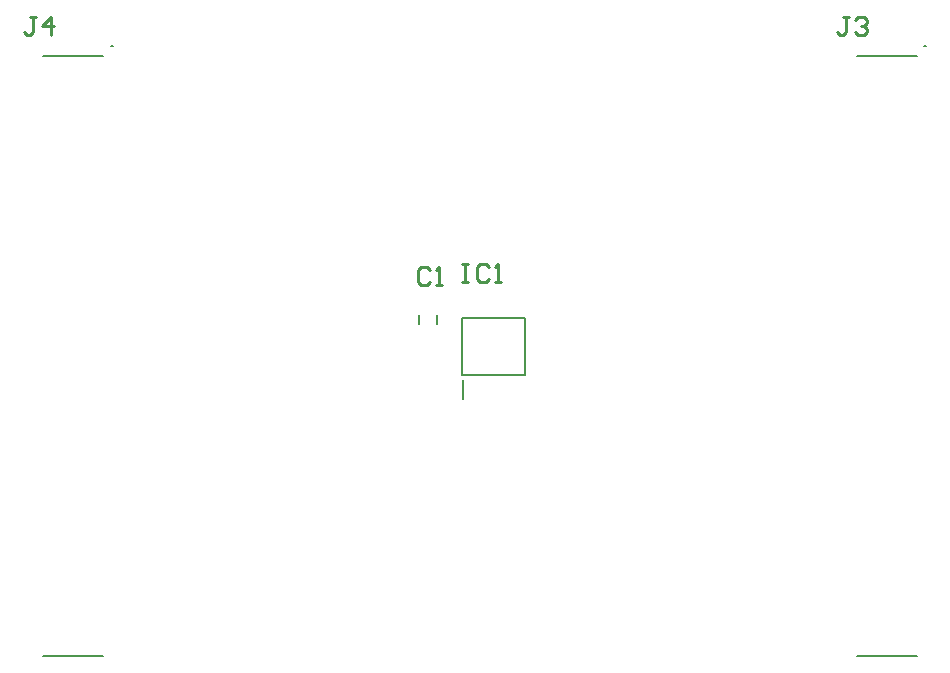
<source format=gto>
G04*
G04 #@! TF.GenerationSoftware,Altium Limited,Altium Designer,22.2.1 (43)*
G04*
G04 Layer_Color=65535*
%FSLAX25Y25*%
%MOIN*%
G70*
G04*
G04 #@! TF.SameCoordinates,92CA4D93-62DE-40AD-B459-EA6468986EF1*
G04*
G04*
G04 #@! TF.FilePolarity,Positive*
G04*
G01*
G75*
%ADD10C,0.00787*%
%ADD11C,0.01000*%
D10*
X318451Y241050D02*
X317664D01*
X318451D01*
X47327D02*
X46539D01*
X47327D01*
X295262Y237900D02*
X315262D01*
X295262Y37900D02*
X315262D01*
X164042Y123452D02*
Y129948D01*
X163806Y131326D02*
X184594D01*
Y150420D01*
X163806D02*
X184594D01*
X163806Y131326D02*
Y150420D01*
X155353Y148425D02*
Y151575D01*
X149447Y148425D02*
Y151575D01*
X24138Y237900D02*
X44138D01*
X24138Y37900D02*
X44138D01*
D11*
X21699Y250798D02*
X19699D01*
X20699D01*
Y245800D01*
X19699Y244800D01*
X18700D01*
X17700Y245800D01*
X26697Y244800D02*
Y250798D01*
X23698Y247799D01*
X27697D01*
X292799Y250798D02*
X290799D01*
X291799D01*
Y245800D01*
X290799Y244800D01*
X289800D01*
X288800Y245800D01*
X294798Y249798D02*
X295798Y250798D01*
X297797D01*
X298797Y249798D01*
Y248799D01*
X297797Y247799D01*
X296797D01*
X297797D01*
X298797Y246799D01*
Y245800D01*
X297797Y244800D01*
X295798D01*
X294798Y245800D01*
X163500Y168398D02*
X165499D01*
X164500D01*
Y162400D01*
X163500D01*
X165499D01*
X172497Y167398D02*
X171497Y168398D01*
X169498D01*
X168498Y167398D01*
Y163400D01*
X169498Y162400D01*
X171497D01*
X172497Y163400D01*
X174496Y162400D02*
X176496D01*
X175496D01*
Y168398D01*
X174496Y167398D01*
X153099Y166498D02*
X152099Y167498D01*
X150100D01*
X149100Y166498D01*
Y162500D01*
X150100Y161500D01*
X152099D01*
X153099Y162500D01*
X155098Y161500D02*
X157097D01*
X156098D01*
Y167498D01*
X155098Y166498D01*
M02*

</source>
